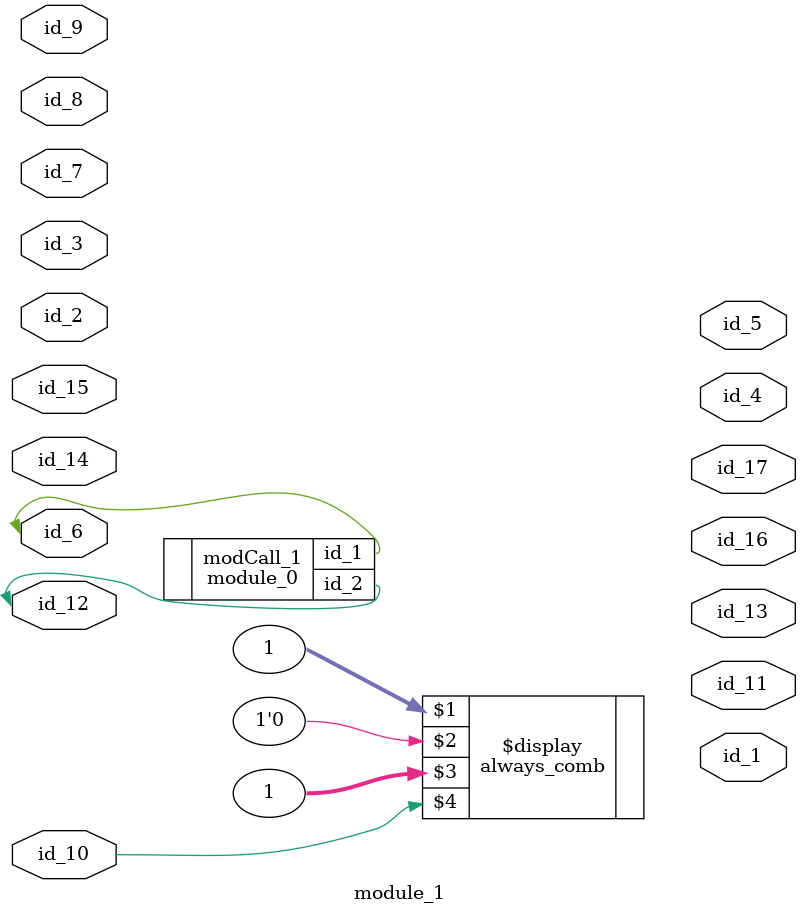
<source format=v>
module module_0 (
    id_1,
    id_2
);
  inout wire id_2;
  inout wire id_1;
  wire id_3;
endmodule
module module_1 (
    id_1,
    id_2,
    id_3,
    id_4,
    id_5,
    id_6,
    id_7,
    id_8,
    id_9,
    id_10,
    id_11,
    id_12,
    id_13,
    id_14,
    id_15,
    id_16,
    id_17
);
  output wire id_17;
  output wire id_16;
  input wire id_15;
  inout wire id_14;
  output wire id_13;
  inout wire id_12;
  output wire id_11;
  inout wire id_10;
  input wire id_9;
  input wire id_8;
  input wire id_7;
  inout wire id_6;
  output wire id_5;
  output wire id_4;
  inout wire id_3;
  inout wire id_2;
  output wire id_1;
  module_0 modCall_1 (
      id_6,
      id_12
  );
  always_comb $display(1, 1'h0, 1, id_10);
  wire id_18, id_19;
endmodule

</source>
